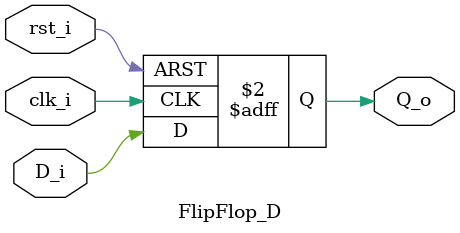
<source format=v>
`timescale 1ns / 1ps
module FlipFlop_D(rst_i, clk_i,D_i,Q_o);

input rst_i, clk_i;
input D_i;
output Q_o;
reg Q_o;

always @(posedge clk_i or posedge rst_i)
      if (rst_i) begin
         Q_o <= 1'b0;
      end else begin
         Q_o <= D_i;
      end
endmodule

</source>
